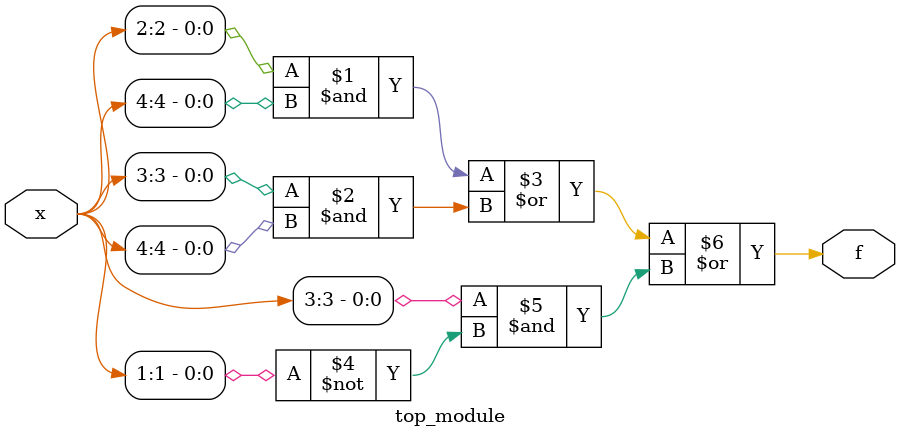
<source format=v>
module top_module (
    input [4:1] x, 
    output f );
    
    assign f = (x[2]&x[4])|(x[3]&x[4])|(x[3]&~x[1]);

endmodule

</source>
